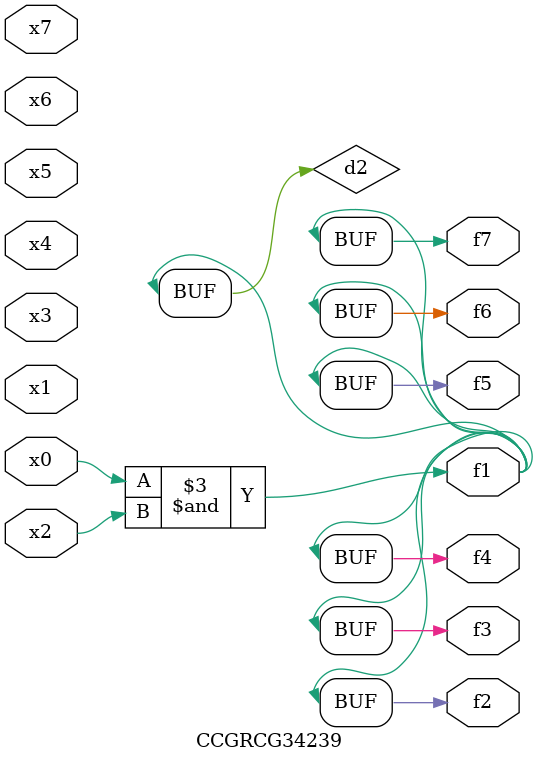
<source format=v>
module CCGRCG34239(
	input x0, x1, x2, x3, x4, x5, x6, x7,
	output f1, f2, f3, f4, f5, f6, f7
);

	wire d1, d2;

	nor (d1, x3, x6);
	and (d2, x0, x2);
	assign f1 = d2;
	assign f2 = d2;
	assign f3 = d2;
	assign f4 = d2;
	assign f5 = d2;
	assign f6 = d2;
	assign f7 = d2;
endmodule

</source>
